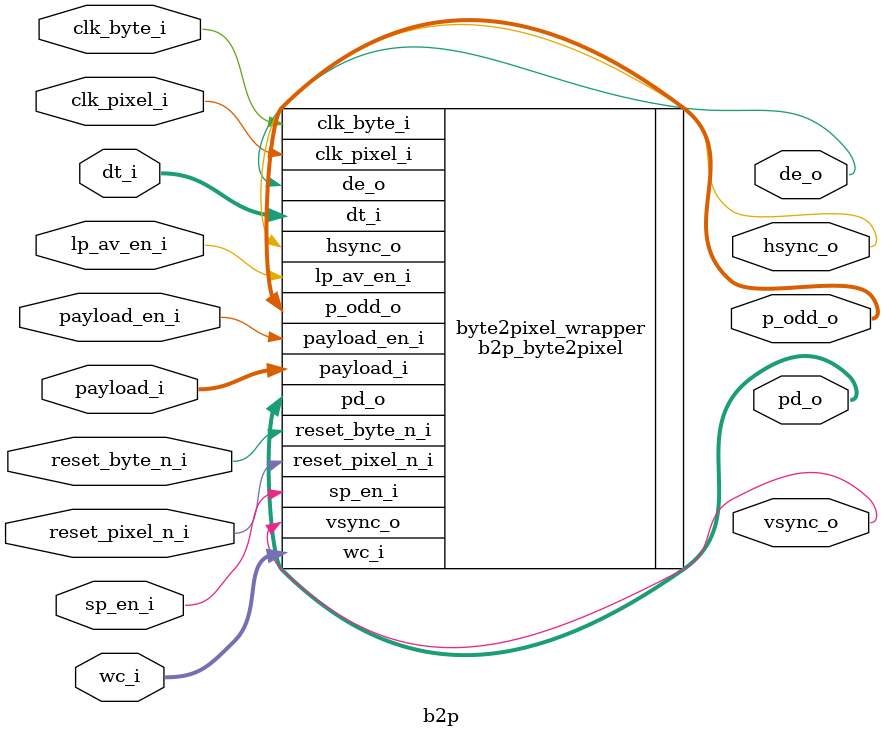
<source format=v>

module b2p
(
    input  wire	                             reset_byte_n_i,
    input  wire	                             clk_byte_i,
    input  wire                              sp_en_i,	      // Short Packet Enable
    input  wire [5:0]                        dt_i,	          // Data Type
    input  wire                              lp_av_en_i,      // Long Packet of Active Video Enable
    input  wire	                             payload_en_i,    // paload enable
    input  wire [4*8-1:0]    payload_i,       // payload
    input  wire [15:0]                       wc_i,            // payload byte count

    input  wire	                             reset_pixel_n_i,
    input  wire	                             clk_pixel_i,
    output wire                              de_o,            // picture data enable
    output wire                              vsync_o,         // Vsync in clk_pixel domain
    output wire                              hsync_o,         // Hsync in clk_pixel domain
    output wire [24*1-1:0] pd_o,            // picture data
    output wire [1:0]                        p_odd_o         // odd pixel indicator
);


/*synthesis translate_off*/
//  GSR GSR_INST (.GSR (1'b1));  // only for simulation purposes
// not included in official release, only used to check for compile errors
//`ifdef COMPILE_ONLY
//  PUR PUR_INST (.PUR (1'b1));  // only for simulation purposes
//`endif
/*synthesis translate_on*/

///// DPHY to CMOS Soft IP /////
  b2p_byte2pixel 
    byte2pixel_wrapper  (
    .reset_byte_n_i          (reset_byte_n_i),
    .reset_pixel_n_i         (reset_pixel_n_i),
    .clk_byte_i              (clk_byte_i),
    .clk_pixel_i             (clk_pixel_i),
    .sp_en_i                 (sp_en_i),
    .dt_i                    (dt_i),
    .lp_av_en_i              (lp_av_en_i),
    .payload_en_i            (payload_en_i),
    .payload_i               (payload_i),
    .wc_i                    (wc_i),
    .vsync_o                 (vsync_o),
    .hsync_o                 (hsync_o),
    .de_o                    (de_o),
    .pd_o                    (pd_o),
    .p_odd_o                 (p_odd_o)
        );

endmodule

</source>
